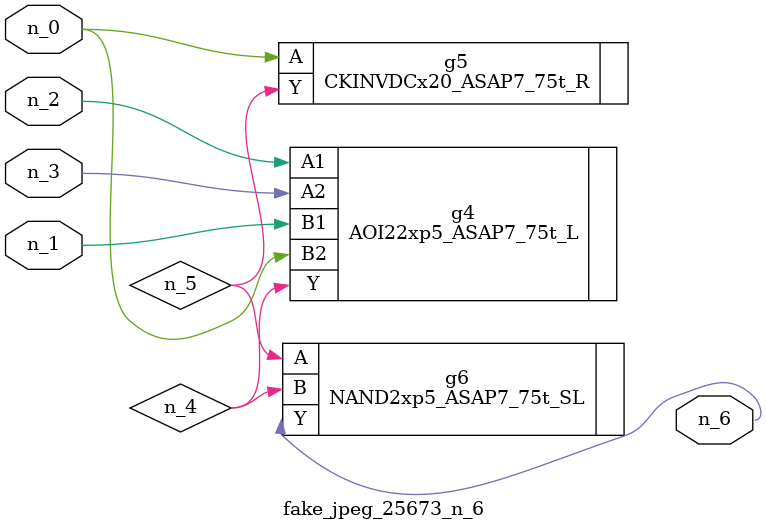
<source format=v>
module fake_jpeg_25673_n_6 (n_0, n_3, n_2, n_1, n_6);

input n_0;
input n_3;
input n_2;
input n_1;

output n_6;

wire n_4;
wire n_5;

AOI22xp5_ASAP7_75t_L g4 ( 
.A1(n_2),
.A2(n_3),
.B1(n_1),
.B2(n_0),
.Y(n_4)
);

CKINVDCx20_ASAP7_75t_R g5 ( 
.A(n_0),
.Y(n_5)
);

NAND2xp5_ASAP7_75t_SL g6 ( 
.A(n_5),
.B(n_4),
.Y(n_6)
);


endmodule
</source>
